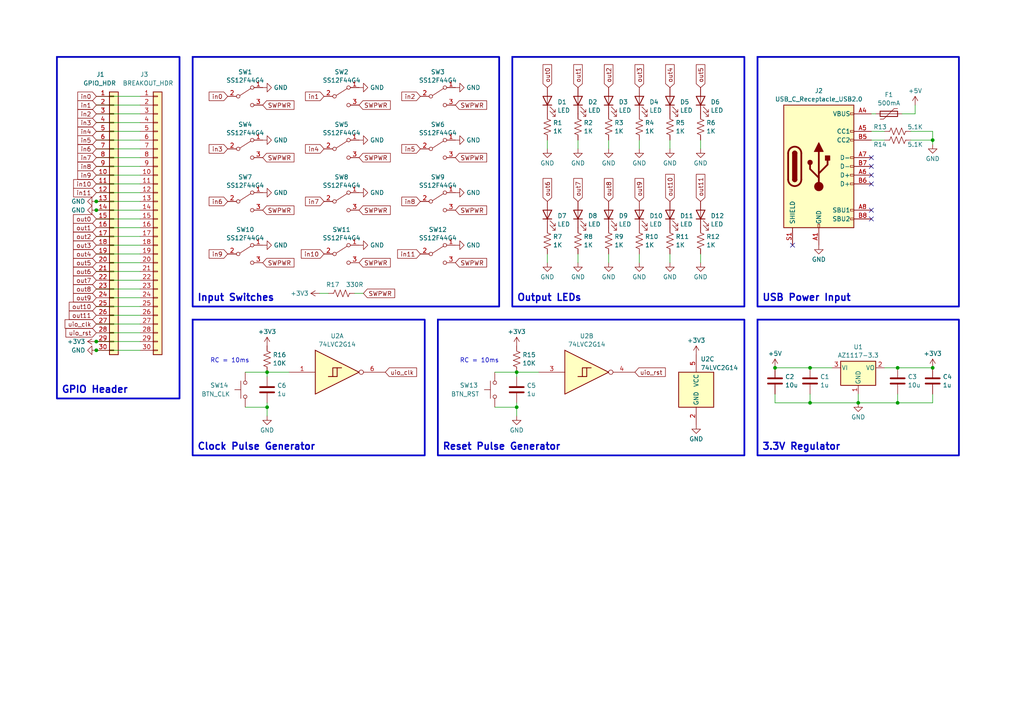
<source format=kicad_sch>
(kicad_sch (version 20230121) (generator eeschema)
  (paper "A4")
  (lib_symbols
    (symbol "74xGxx:74LVC2G14"
      (property "Reference" "U" (at 0 7.62 0))
      (property "Value" "74LVC2G14" (at 2.54 -7.62 0))
      (symbol "74LVC2G14_1_1"
        (polyline (pts (xy -2.54 -1.27) (xy -1.27 -1.27) (xy -1.27 1.27)) (stroke (width 0.254)) (fill (type background)))
        (polyline (pts (xy -7.62 6.35) (xy -7.62 -6.35) (xy 5.08 0) (xy -7.62 6.35)) (stroke (width 0.254)) (fill (type background)))
        (polyline (pts (xy -3.81 -1.27) (xy -2.54 -1.27) (xy -2.54 1.27) (xy 0 1.27)) (stroke (width 0.254)) (fill (type background)))
        (pin input line (at -15.24 0 0) (length 7.62) (name "~") (number "1"))
        (pin output inverted (at 12.7 0 180) (length 7.62) (name "~") (number "6"))
      )
      (symbol "74LVC2G14_2_1"
        (polyline (pts (xy -2.54 -1.27) (xy -1.27 -1.27) (xy -1.27 1.27)) (stroke (width 0.254)) (fill (type background)))
        (polyline (pts (xy -7.62 6.35) (xy -7.62 -6.35) (xy 5.08 0) (xy -7.62 6.35)) (stroke (width 0.254)) (fill (type background)))
        (polyline (pts (xy -3.81 -1.27) (xy -2.54 -1.27) (xy -2.54 1.27) (xy 0 1.27)) (stroke (width 0.254)) (fill (type background)))
        (pin input line (at -15.24 0 0) (length 7.62) (name "~") (number "3"))
        (pin output inverted (at 12.7 0 180) (length 7.62) (name "~") (number "4"))
      )
      (symbol "74LVC2G14_3_0"
        (rectangle (start -5.08 -5.08) (end 5.08 5.08) (stroke (width 0.254)) (fill (type background)))
      )
      (symbol "74LVC2G14_3_1"
        (pin power_in line (at 0 -10.16 90) (length 5.08) (name "GND") (number "2"))
        (pin power_in line (at 0 10.16 270) (length 5.08) (name "VCC") (number "5"))
      )
    )
    (symbol "Connector:USB_C_Receptacle_USB2.0" (pin_names (offset 1.016))
      (property "Reference" "J" (at -10.16 19.05 0))
      (property "Value" "USB_C_Receptacle_USB2.0" (at 19.05 19.05 0))
      (symbol "USB_C_Receptacle_USB2.0_0_0"
        (rectangle (start -0.254 -17.78) (end 0.254 -16.764))
        (rectangle (start 10.16 -14.986) (end 9.144 -15.494))
        (rectangle (start 10.16 -12.446) (end 9.144 -12.954))
        (rectangle (start 10.16 -4.826) (end 9.144 -5.334))
        (rectangle (start 10.16 -2.286) (end 9.144 -2.794))
        (rectangle (start 10.16 0.254) (end 9.144 -0.254))
        (rectangle (start 10.16 2.794) (end 9.144 2.286))
        (rectangle (start 10.16 7.874) (end 9.144 7.366))
        (rectangle (start 10.16 10.414) (end 9.144 9.906))
        (rectangle (start 10.16 15.494) (end 9.144 14.986))
      )
      (symbol "USB_C_Receptacle_USB2.0_0_1"
        (rectangle (start -10.16 17.78) (end 10.16 -17.78) (stroke (width 0.254)) (fill (type background)))
        (arc (start -8.89 -3.81) (mid -6.985 -5.7067) (end -5.08 -3.81) (stroke (width 0.508)))
        (arc (start -7.62 -3.81) (mid -6.985 -4.4423) (end -6.35 -3.81) (stroke (width 0.254)))
        (arc (start -7.62 -3.81) (mid -6.985 -4.4423) (end -6.35 -3.81) (stroke (width 0.254)) (fill (type outline)))
        (rectangle (start -7.62 -3.81) (end -6.35 3.81) (stroke (width 0.254)) (fill (type outline)))
        (arc (start -6.35 3.81) (mid -6.985 4.4423) (end -7.62 3.81) (stroke (width 0.254)))
        (arc (start -6.35 3.81) (mid -6.985 4.4423) (end -7.62 3.81) (stroke (width 0.254)) (fill (type outline)))
        (arc (start -5.08 3.81) (mid -6.985 5.7067) (end -8.89 3.81) (stroke (width 0.508)))
        (circle (center -2.54 1.143) (radius 0.635) (stroke (width 0.254)) (fill (type outline)))
        (circle (center 0 -5.842) (radius 1.27) (fill (type outline)))
        (polyline (pts (xy -8.89 -3.81) (xy -8.89 3.81)) (stroke (width 0.508)))
        (polyline (pts (xy -5.08 3.81) (xy -5.08 -3.81)) (stroke (width 0.508)))
        (polyline (pts (xy 0 -5.842) (xy 0 4.318)) (stroke (width 0.508)))
        (polyline (pts (xy 0 -3.302) (xy -2.54 -0.762) (xy -2.54 0.508)) (stroke (width 0.508)))
        (polyline (pts (xy 0 -2.032) (xy 2.54 0.508) (xy 2.54 1.778)) (stroke (width 0.508)))
        (polyline (pts (xy -1.27 4.318) (xy 0 6.858) (xy 1.27 4.318) (xy -1.27 4.318)) (stroke (width 0.254)) (fill (type outline)))
        (rectangle (start 1.905 1.778) (end 3.175 3.048) (stroke (width 0.254)) (fill (type outline)))
      )
      (symbol "USB_C_Receptacle_USB2.0_1_1"
        (pin passive line (at 0 -22.86 90) (length 5.08) (name "GND") (number "A1"))
        (pin passive line (at 0 -22.86 90) (length 5.08) hide (name "GND") (number "A12"))
        (pin passive line (at 15.24 15.24 180) (length 5.08) (name "VBUS") (number "A4"))
        (pin bidirectional line (at 15.24 10.16 180) (length 5.08) (name "CC1") (number "A5"))
        (pin bidirectional line (at 15.24 -2.54 180) (length 5.08) (name "D+") (number "A6"))
        (pin bidirectional line (at 15.24 2.54 180) (length 5.08) (name "D-") (number "A7"))
        (pin bidirectional line (at 15.24 -12.7 180) (length 5.08) (name "SBU1") (number "A8"))
        (pin passive line (at 15.24 15.24 180) (length 5.08) hide (name "VBUS") (number "A9"))
        (pin passive line (at 0 -22.86 90) (length 5.08) hide (name "GND") (number "B1"))
        (pin passive line (at 0 -22.86 90) (length 5.08) hide (name "GND") (number "B12"))
        (pin passive line (at 15.24 15.24 180) (length 5.08) hide (name "VBUS") (number "B4"))
        (pin bidirectional line (at 15.24 7.62 180) (length 5.08) (name "CC2") (number "B5"))
        (pin bidirectional line (at 15.24 -5.08 180) (length 5.08) (name "D+") (number "B6"))
        (pin bidirectional line (at 15.24 0 180) (length 5.08) (name "D-") (number "B7"))
        (pin bidirectional line (at 15.24 -15.24 180) (length 5.08) (name "SBU2") (number "B8"))
        (pin passive line (at 15.24 15.24 180) (length 5.08) hide (name "VBUS") (number "B9"))
        (pin passive line (at -7.62 -22.86 90) (length 5.08) (name "SHIELD") (number "S1"))
      )
    )
    (symbol "Connector_Generic:Conn_01x30" (pin_names (offset 1.016) hide)
      (property "Reference" "J" (at 0 38.1 0))
      (property "Value" "Conn_01x30" (at 0 -40.64 0))
      (symbol "Conn_01x30_1_1"
        (rectangle (start -1.27 -37.973) (end 0 -38.227) (stroke (width 0.1524)))
        (rectangle (start -1.27 -35.433) (end 0 -35.687) (stroke (width 0.1524)))
        (rectangle (start -1.27 -32.893) (end 0 -33.147) (stroke (width 0.1524)))
        (rectangle (start -1.27 -30.353) (end 0 -30.607) (stroke (width 0.1524)))
        (rectangle (start -1.27 -27.813) (end 0 -28.067) (stroke (width 0.1524)))
        (rectangle (start -1.27 -25.273) (end 0 -25.527) (stroke (width 0.1524)))
        (rectangle (start -1.27 -22.733) (end 0 -22.987) (stroke (width 0.1524)))
        (rectangle (start -1.27 -20.193) (end 0 -20.447) (stroke (width 0.1524)))
        (rectangle (start -1.27 -17.653) (end 0 -17.907) (stroke (width 0.1524)))
        (rectangle (start -1.27 -15.113) (end 0 -15.367) (stroke (width 0.1524)))
        (rectangle (start -1.27 -12.573) (end 0 -12.827) (stroke (width 0.1524)))
        (rectangle (start -1.27 -10.033) (end 0 -10.287) (stroke (width 0.1524)))
        (rectangle (start -1.27 -7.493) (end 0 -7.747) (stroke (width 0.1524)))
        (rectangle (start -1.27 -4.953) (end 0 -5.207) (stroke (width 0.1524)))
        (rectangle (start -1.27 -2.413) (end 0 -2.667) (stroke (width 0.1524)))
        (rectangle (start -1.27 0.127) (end 0 -0.127) (stroke (width 0.1524)))
        (rectangle (start -1.27 2.667) (end 0 2.413) (stroke (width 0.1524)))
        (rectangle (start -1.27 5.207) (end 0 4.953) (stroke (width 0.1524)))
        (rectangle (start -1.27 7.747) (end 0 7.493) (stroke (width 0.1524)))
        (rectangle (start -1.27 10.287) (end 0 10.033) (stroke (width 0.1524)))
        (rectangle (start -1.27 12.827) (end 0 12.573) (stroke (width 0.1524)))
        (rectangle (start -1.27 15.367) (end 0 15.113) (stroke (width 0.1524)))
        (rectangle (start -1.27 17.907) (end 0 17.653) (stroke (width 0.1524)))
        (rectangle (start -1.27 20.447) (end 0 20.193) (stroke (width 0.1524)))
        (rectangle (start -1.27 22.987) (end 0 22.733) (stroke (width 0.1524)))
        (rectangle (start -1.27 25.527) (end 0 25.273) (stroke (width 0.1524)))
        (rectangle (start -1.27 28.067) (end 0 27.813) (stroke (width 0.1524)))
        (rectangle (start -1.27 30.607) (end 0 30.353) (stroke (width 0.1524)))
        (rectangle (start -1.27 33.147) (end 0 32.893) (stroke (width 0.1524)))
        (rectangle (start -1.27 35.687) (end 0 35.433) (stroke (width 0.1524)))
        (rectangle (start -1.27 36.83) (end 1.27 -39.37) (stroke (width 0.254)) (fill (type background)))
        (pin passive line (at -5.08 35.56 0) (length 3.81) (name "Pin_1") (number "1"))
        (pin passive line (at -5.08 12.7 0) (length 3.81) (name "Pin_10") (number "10"))
        (pin passive line (at -5.08 10.16 0) (length 3.81) (name "Pin_11") (number "11"))
        (pin passive line (at -5.08 7.62 0) (length 3.81) (name "Pin_12") (number "12"))
        (pin passive line (at -5.08 5.08 0) (length 3.81) (name "Pin_13") (number "13"))
        (pin passive line (at -5.08 2.54 0) (length 3.81) (name "Pin_14") (number "14"))
        (pin passive line (at -5.08 0 0) (length 3.81) (name "Pin_15") (number "15"))
        (pin passive line (at -5.08 -2.54 0) (length 3.81) (name "Pin_16") (number "16"))
        (pin passive line (at -5.08 -5.08 0) (length 3.81) (name "Pin_17") (number "17"))
        (pin passive line (at -5.08 -7.62 0) (length 3.81) (name "Pin_18") (number "18"))
        (pin passive line (at -5.08 -10.16 0) (length 3.81) (name "Pin_19") (number "19"))
        (pin passive line (at -5.08 33.02 0) (length 3.81) (name "Pin_2") (number "2"))
        (pin passive line (at -5.08 -12.7 0) (length 3.81) (name "Pin_20") (number "20"))
        (pin passive line (at -5.08 -15.24 0) (length 3.81) (name "Pin_21") (number "21"))
        (pin passive line (at -5.08 -17.78 0) (length 3.81) (name "Pin_22") (number "22"))
        (pin passive line (at -5.08 -20.32 0) (length 3.81) (name "Pin_23") (number "23"))
        (pin passive line (at -5.08 -22.86 0) (length 3.81) (name "Pin_24") (number "24"))
        (pin passive line (at -5.08 -25.4 0) (length 3.81) (name "Pin_25") (number "25"))
        (pin passive line (at -5.08 -27.94 0) (length 3.81) (name "Pin_26") (number "26"))
        (pin passive line (at -5.08 -30.48 0) (length 3.81) (name "Pin_27") (number "27"))
        (pin passive line (at -5.08 -33.02 0) (length 3.81) (name "Pin_28") (number "28"))
        (pin passive line (at -5.08 -35.56 0) (length 3.81) (name "Pin_29") (number "29"))
        (pin passive line (at -5.08 30.48 0) (length 3.81) (name "Pin_3") (number "3"))
        (pin passive line (at -5.08 -38.1 0) (length 3.81) (name "Pin_30") (number "30"))
        (pin passive line (at -5.08 27.94 0) (length 3.81) (name "Pin_4") (number "4"))
        (pin passive line (at -5.08 25.4 0) (length 3.81) (name "Pin_5") (number "5"))
        (pin passive line (at -5.08 22.86 0) (length 3.81) (name "Pin_6") (number "6"))
        (pin passive line (at -5.08 20.32 0) (length 3.81) (name "Pin_7") (number "7"))
        (pin passive line (at -5.08 17.78 0) (length 3.81) (name "Pin_8") (number "8"))
        (pin passive line (at -5.08 15.24 0) (length 3.81) (name "Pin_9") (number "9"))
      )
    )
    (symbol "Device:C" (pin_numbers hide) (pin_names (offset 0.254))
      (property "Reference" "C" (at 0.635 2.54 0))
      (property "Value" "C" (at 0.635 -2.54 0))
      (symbol "C_0_1"
        (polyline (pts (xy -2.032 -0.762) (xy 2.032 -0.762)) (stroke (width 0.508)))
        (polyline (pts (xy -2.032 0.762) (xy 2.032 0.762)) (stroke (width 0.508)))
      )
      (symbol "C_1_1"
        (pin passive line (at 0 3.81 270) (length 2.794) (name "~") (number "1"))
        (pin passive line (at 0 -3.81 90) (length 2.794) (name "~") (number "2"))
      )
    )
    (symbol "Device:LED" (pin_numbers hide) (pin_names (offset 1.016) hide)
      (property "Reference" "D" (at 0 2.54 0))
      (property "Value" "LED" (at 0 -2.54 0))
      (symbol "LED_0_1"
        (polyline (pts (xy -1.27 -1.27) (xy -1.27 1.27)) (stroke (width 0.254)))
        (polyline (pts (xy -1.27 0) (xy 1.27 0)))
        (polyline (pts (xy 1.27 -1.27) (xy 1.27 1.27) (xy -1.27 0) (xy 1.27 -1.27)) (stroke (width 0.254)))
        (polyline (pts (xy -3.048 -0.762) (xy -4.572 -2.286) (xy -3.81 -2.286) (xy -4.572 -2.286) (xy -4.572 -1.524)))
        (polyline (pts (xy -1.778 -0.762) (xy -3.302 -2.286) (xy -2.54 -2.286) (xy -3.302 -2.286) (xy -3.302 -1.524)))
      )
      (symbol "LED_1_1"
        (pin passive line (at -3.81 0 0) (length 2.54) (name "K") (number "1"))
        (pin passive line (at 3.81 0 180) (length 2.54) (name "A") (number "2"))
      )
    )
    (symbol "Device:Polyfuse" (pin_numbers hide) (pin_names (offset 0))
      (property "Reference" "F" (at -2.54 0 90))
      (property "Value" "Polyfuse" (at 2.54 0 90))
      (symbol "Polyfuse_0_1"
        (rectangle (start -0.762 2.54) (end 0.762 -2.54) (stroke (width 0.254)))
        (polyline (pts (xy 0 2.54) (xy 0 -2.54)))
        (polyline (pts (xy -1.524 2.54) (xy -1.524 1.524) (xy 1.524 -1.524) (xy 1.524 -2.54)))
      )
      (symbol "Polyfuse_1_1"
        (pin passive line (at 0 3.81 270) (length 1.27) (name "~") (number "1"))
        (pin passive line (at 0 -3.81 90) (length 1.27) (name "~") (number "2"))
      )
    )
    (symbol "Device:R_US" (pin_numbers hide) (pin_names (offset 0))
      (property "Reference" "R" (at 2.54 0 90))
      (property "Value" "R_US" (at -2.54 0 90))
      (symbol "R_US_0_1"
        (polyline (pts (xy 0 -2.286) (xy 0 -2.54)))
        (polyline (pts (xy 0 2.286) (xy 0 2.54)))
        (polyline (pts (xy 0 -0.762) (xy 1.016 -1.143) (xy 0 -1.524) (xy -1.016 -1.905) (xy 0 -2.286)))
        (polyline (pts (xy 0 0.762) (xy 1.016 0.381) (xy 0 0) (xy -1.016 -0.381) (xy 0 -0.762)))
        (polyline (pts (xy 0 2.286) (xy 1.016 1.905) (xy 0 1.524) (xy -1.016 1.143) (xy 0 0.762)))
      )
      (symbol "R_US_1_1"
        (pin passive line (at 0 3.81 270) (length 1.27) (name "~") (number "1"))
        (pin passive line (at 0 -3.81 90) (length 1.27) (name "~") (number "2"))
      )
    )
    (symbol "Regulator_Linear:AZ1117-3.3" (pin_names (offset 0.254))
      (property "Reference" "U" (at -3.81 3.175 0))
      (property "Value" "AZ1117-3.3" (at 0 3.175 0))
      (symbol "AZ1117-3.3_0_1"
        (rectangle (start -5.08 1.905) (end 5.08 -5.08) (stroke (width 0.254)) (fill (type background)))
      )
      (symbol "AZ1117-3.3_1_1"
        (pin power_in line (at 0 -7.62 90) (length 2.54) (name "GND") (number "1"))
        (pin power_out line (at 7.62 0 180) (length 2.54) (name "VO") (number "2"))
        (pin power_in line (at -7.62 0 0) (length 2.54) (name "VI") (number "3"))
      )
    )
    (symbol "Switch:SW_Push" (pin_numbers hide) (pin_names (offset 1.016) hide)
      (property "Reference" "SW" (at 1.27 2.54 0))
      (property "Value" "SW_Push" (at 0 -1.524 0))
      (symbol "SW_Push_0_1"
        (circle (center -2.032 0) (radius 0.508))
        (polyline (pts (xy 0 1.27) (xy 0 3.048)))
        (polyline (pts (xy 2.54 1.27) (xy -2.54 1.27)))
        (circle (center 2.032 0) (radius 0.508))
        (pin passive line (at -5.08 0 0) (length 2.54) (name "1") (number "1"))
        (pin passive line (at 5.08 0 180) (length 2.54) (name "2") (number "2"))
      )
    )
    (symbol "Switch:SW_SPDT" (pin_names (offset 0) hide)
      (property "Reference" "SW" (at 0 4.318 0))
      (property "Value" "SW_SPDT" (at 0 -5.08 0))
      (symbol "SW_SPDT_0_0"
        (circle (center -2.032 0) (radius 0.508))
        (circle (center 2.032 -2.54) (radius 0.508))
      )
      (symbol "SW_SPDT_0_1"
        (polyline (pts (xy -1.524 0.254) (xy 1.651 2.286)))
        (circle (center 2.032 2.54) (radius 0.508))
      )
      (symbol "SW_SPDT_1_1"
        (pin passive line (at 5.08 2.54 180) (length 2.54) (name "A") (number "1"))
        (pin passive line (at -5.08 0 0) (length 2.54) (name "B") (number "2"))
        (pin passive line (at 5.08 -2.54 180) (length 2.54) (name "C") (number "3"))
      )
    )
    (symbol "power:+3V3" (power) (pin_names (offset 0))
      (property "Value" "+3V3" (at 0 3.556 0))
      (symbol "+3V3_0_1"
        (polyline (pts (xy -0.762 1.27) (xy 0 2.54)))
        (polyline (pts (xy 0 0) (xy 0 2.54)))
        (polyline (pts (xy 0 2.54) (xy 0.762 1.27)))
      )
      (symbol "+3V3_1_1"
        (pin power_in line (at 0 0 90) (length 0) hide (name "+3V3") (number "1"))
      )
    )
    (symbol "power:+5V" (power) (pin_names (offset 0))
      (property "Value" "+5V" (at 0 3.556 0))
      (symbol "+5V_0_1"
        (polyline (pts (xy -0.762 1.27) (xy 0 2.54)))
        (polyline (pts (xy 0 0) (xy 0 2.54)))
        (polyline (pts (xy 0 2.54) (xy 0.762 1.27)))
      )
      (symbol "+5V_1_1"
        (pin power_in line (at 0 0 90) (length 0) hide (name "+5V") (number "1"))
      )
    )
    (symbol "power:GND" (power) (pin_names (offset 0))
      (property "Value" "GND" (at 0 -3.81 0))
      (symbol "GND_0_1"
        (polyline (pts (xy 0 0) (xy 0 -1.27) (xy 1.27 -1.27) (xy 0 -2.54) (xy -1.27 -1.27) (xy 0 -1.27)))
      )
      (symbol "GND_1_1"
        (pin power_in line (at 0 0 270) (length 0) hide (name "GND") (number "1"))
      )
    )
  )
  (junction (at 224.79 106.68))
  (junction (at 270.51 40.64))
  (junction (at 149.86 118.11))
  (junction (at 77.47 107.95))
  (junction (at 260.35 106.68))
  (junction (at 27.94 99.06))
  (junction (at 27.94 58.42))
  (junction (at 27.94 60.96))
  (junction (at 270.51 106.68))
  (junction (at 234.95 116.84))
  (junction (at 149.86 107.95))
  (junction (at 234.95 106.68))
  (junction (at 27.94 101.6))
  (junction (at 248.92 116.84))
  (junction (at 77.47 118.11))
  (junction (at 260.35 116.84))
  (no_connect (at 252.73 48.26))
  (no_connect (at 252.73 63.5))
  (no_connect (at 252.73 45.72))
  (no_connect (at 229.87 71.12))
  (no_connect (at 252.73 53.34))
  (no_connect (at 252.73 60.96))
  (no_connect (at 252.73 50.8))
  (wire (pts (xy 224.79 116.84) (xy 234.95 116.84)))
  (wire (pts (xy 27.94 81.28) (xy 40.64 81.28)))
  (wire (pts (xy 252.73 40.64) (xy 256.54 40.64)))
  (wire (pts (xy 27.94 86.36) (xy 40.64 86.36)))
  (wire (pts (xy 77.47 107.95) (xy 83.82 107.95)))
  (wire (pts (xy 270.51 116.84) (xy 270.51 114.3)))
  (wire (pts (xy 260.35 116.84) (xy 270.51 116.84)))
  (wire (pts (xy 27.94 68.58) (xy 40.64 68.58)))
  (wire (pts (xy 261.62 33.02) (xy 265.43 33.02)))
  (wire (pts (xy 92.71 85.09) (xy 95.25 85.09)))
  (wire (pts (xy 143.51 107.95) (xy 149.86 107.95)))
  (wire (pts (xy 234.95 116.84) (xy 248.92 116.84)))
  (wire (pts (xy 252.73 38.1) (xy 256.54 38.1)))
  (wire (pts (xy 77.47 118.11) (xy 71.12 118.11)))
  (wire (pts (xy 27.94 58.42) (xy 40.64 58.42)))
  (wire (pts (xy 264.16 40.64) (xy 270.51 40.64)))
  (wire (pts (xy 27.94 73.66) (xy 40.64 73.66)))
  (wire (pts (xy 27.94 99.06) (xy 40.64 99.06)))
  (wire (pts (xy 27.94 66.04) (xy 40.64 66.04)))
  (wire (pts (xy 27.94 27.94) (xy 40.64 27.94)))
  (wire (pts (xy 27.94 91.44) (xy 40.64 91.44)))
  (wire (pts (xy 248.92 116.84) (xy 248.92 114.3)))
  (wire (pts (xy 77.47 118.11) (xy 77.47 120.65)))
  (wire (pts (xy 27.94 30.48) (xy 40.64 30.48)))
  (wire (pts (xy 27.94 78.74) (xy 40.64 78.74)))
  (wire (pts (xy 27.94 63.5) (xy 40.64 63.5)))
  (wire (pts (xy 27.94 40.64) (xy 40.64 40.64)))
  (wire (pts (xy 158.75 40.64) (xy 158.75 43.18)))
  (wire (pts (xy 185.42 40.64) (xy 185.42 43.18)))
  (wire (pts (xy 149.86 118.11) (xy 143.51 118.11)))
  (wire (pts (xy 27.94 88.9) (xy 40.64 88.9)))
  (wire (pts (xy 176.53 40.64) (xy 176.53 43.18)))
  (wire (pts (xy 167.64 40.64) (xy 167.64 43.18)))
  (wire (pts (xy 256.54 106.68) (xy 260.35 106.68)))
  (wire (pts (xy 224.79 106.68) (xy 234.95 106.68)))
  (wire (pts (xy 158.75 73.66) (xy 158.75 76.2)))
  (wire (pts (xy 149.86 107.95) (xy 156.21 107.95)))
  (wire (pts (xy 234.95 114.3) (xy 234.95 116.84)))
  (wire (pts (xy 102.87 85.09) (xy 105.41 85.09)))
  (wire (pts (xy 265.43 30.48) (xy 265.43 33.02)))
  (wire (pts (xy 27.94 35.56) (xy 40.64 35.56)))
  (wire (pts (xy 270.51 38.1) (xy 270.51 40.64)))
  (wire (pts (xy 203.2 73.66) (xy 203.2 76.2)))
  (wire (pts (xy 27.94 83.82) (xy 40.64 83.82)))
  (wire (pts (xy 260.35 114.3) (xy 260.35 116.84)))
  (wire (pts (xy 77.47 107.95) (xy 77.47 109.22)))
  (wire (pts (xy 71.12 107.95) (xy 77.47 107.95)))
  (wire (pts (xy 264.16 38.1) (xy 270.51 38.1)))
  (wire (pts (xy 260.35 106.68) (xy 270.51 106.68)))
  (wire (pts (xy 27.94 60.96) (xy 40.64 60.96)))
  (wire (pts (xy 149.86 118.11) (xy 149.86 120.65)))
  (wire (pts (xy 27.94 55.88) (xy 40.64 55.88)))
  (wire (pts (xy 27.94 33.02) (xy 40.64 33.02)))
  (wire (pts (xy 27.94 76.2) (xy 40.64 76.2)))
  (wire (pts (xy 27.94 96.52) (xy 40.64 96.52)))
  (wire (pts (xy 176.53 73.66) (xy 176.53 76.2)))
  (wire (pts (xy 27.94 71.12) (xy 40.64 71.12)))
  (wire (pts (xy 234.95 106.68) (xy 241.3 106.68)))
  (wire (pts (xy 27.94 53.34) (xy 40.64 53.34)))
  (wire (pts (xy 270.51 40.64) (xy 270.51 41.91)))
  (wire (pts (xy 149.86 107.95) (xy 149.86 109.22)))
  (wire (pts (xy 252.73 33.02) (xy 254 33.02)))
  (wire (pts (xy 27.94 50.8) (xy 40.64 50.8)))
  (wire (pts (xy 27.94 101.6) (xy 40.64 101.6)))
  (wire (pts (xy 149.86 116.84) (xy 149.86 118.11)))
  (wire (pts (xy 248.92 116.84) (xy 260.35 116.84)))
  (wire (pts (xy 27.94 48.26) (xy 40.64 48.26)))
  (wire (pts (xy 194.31 73.66) (xy 194.31 76.2)))
  (wire (pts (xy 77.47 116.84) (xy 77.47 118.11)))
  (wire (pts (xy 27.94 45.72) (xy 40.64 45.72)))
  (wire (pts (xy 185.42 73.66) (xy 185.42 76.2)))
  (wire (pts (xy 167.64 73.66) (xy 167.64 76.2)))
  (wire (pts (xy 194.31 40.64) (xy 194.31 43.18)))
  (wire (pts (xy 27.94 93.98) (xy 40.64 93.98)))
  (wire (pts (xy 27.94 38.1) (xy 40.64 38.1)))
  (wire (pts (xy 27.94 43.18) (xy 40.64 43.18)))
  (wire (pts (xy 203.2 40.64) (xy 203.2 43.18)))
  (wire (pts (xy 224.79 114.3) (xy 224.79 116.84)))
  (rectangle (start 55.88 92.71) (end 123.19 132.08) (stroke (width 0.5)))
  (rectangle (start 148.59 16.51) (end 215.9 88.9) (stroke (width 0.5)))
  (rectangle (start 219.71 92.71) (end 278.13 132.08) (stroke (width 0.5)))
  (rectangle (start 219.71 16.51) (end 278.13 88.9) (stroke (width 0.5)))
  (rectangle (start 16.51 16.51) (end 52.07 115.57) (stroke (width 0.5)))
  (rectangle (start 55.88 16.51) (end 144.78 88.9) (stroke (width 0.5)))
  (rectangle (start 127 92.71) (end 215.9 132.08) (stroke (width 0.5)))
  (text "RC = 10ms" (at 133.35 105.41 0) (effects (font (size 1.27 1.27)) (justify left bottom)))
  (text "Input Switches" (at 57.15 87.63 0) (effects (font (size 2 2) (thickness 0.4) bold) (justify left bottom)))
  (text "RC = 10ms" (at 60.96 105.41 0) (effects (font (size 1.27 1.27)) (justify left bottom)))
  (text "Reset Pulse Generator" (at 128.27 130.81 0) (effects (font (size 2 2) (thickness 0.4) bold) (justify left bottom)))
  (text "Clock Pulse Generator" (at 57.15 130.81 0) (effects (font (size 2 2) (thickness 0.4) bold) (justify left bottom)))
  (text "USB Power Input" (at 220.98 87.63 0) (effects (font (size 2 2) (thickness 0.4) bold) (justify left bottom)))
  (text "GPIO Header" (at 17.78 114.3 0) (effects (font (size 2 2) (thickness 0.4) bold) (justify left bottom)))
  (text "3.3V Regulator" (at 220.98 130.81 0) (effects (font (size 2 2) (thickness 0.4) bold) (justify left bottom)))
  (text "Output LEDs" (at 149.86 87.63 0) (effects (font (size 2 2) (thickness 0.4) bold) (justify left bottom)))
  (global_label "out7" (shape input) (at 167.64 58.42 90) (property "Intersheetrefs" "${INTERSHEET_REFS}" (effects hide)))
  (global_label "SWPWR" (shape input) (at 132.08 76.2 0) (property "Intersheetrefs" "${INTERSHEET_REFS}" (effects hide)))
  (global_label "SWPWR" (shape input) (at 132.08 30.48 0) (property "Intersheetrefs" "${INTERSHEET_REFS}" (effects hide)))
  (global_label "in6" (shape input) (at 66.04 58.42 180) (property "Intersheetrefs" "${INTERSHEET_REFS}" (effects hide)))
  (global_label "in1" (shape input) (at 93.98 27.94 180) (property "Intersheetrefs" "${INTERSHEET_REFS}" (effects hide)))
  (global_label "in5" (shape input) (at 27.94 40.64 180) (property "Intersheetrefs" "${INTERSHEET_REFS}" (effects hide)))
  (global_label "out0" (shape input) (at 158.75 25.4 90) (property "Intersheetrefs" "${INTERSHEET_REFS}" (effects hide)))
  (global_label "out3" (shape input) (at 27.94 71.12 180) (property "Intersheetrefs" "${INTERSHEET_REFS}" (effects hide)))
  (global_label "in10" (shape input) (at 93.98 73.66 180) (property "Intersheetrefs" "${INTERSHEET_REFS}" (effects hide)))
  (global_label "in6" (shape input) (at 27.94 43.18 180) (property "Intersheetrefs" "${INTERSHEET_REFS}" (effects hide)))
  (global_label "out2" (shape input) (at 27.94 68.58 180) (property "Intersheetrefs" "${INTERSHEET_REFS}" (effects hide)))
  (global_label "in3" (shape input) (at 27.94 35.56 180) (property "Intersheetrefs" "${INTERSHEET_REFS}" (effects hide)))
  (global_label "SWPWR" (shape input) (at 76.2 76.2 0) (property "Intersheetrefs" "${INTERSHEET_REFS}" (effects hide)))
  (global_label "in11" (shape input) (at 27.94 55.88 180) (property "Intersheetrefs" "${INTERSHEET_REFS}" (effects hide)))
  (global_label "SWPWR" (shape input) (at 76.2 30.48 0) (property "Intersheetrefs" "${INTERSHEET_REFS}" (effects hide)))
  (global_label "out3" (shape input) (at 185.42 25.4 90) (property "Intersheetrefs" "${INTERSHEET_REFS}" (effects hide)))
  (global_label "SWPWR" (shape input) (at 76.2 45.72 0) (property "Intersheetrefs" "${INTERSHEET_REFS}" (effects hide)))
  (global_label "out10" (shape input) (at 194.31 58.42 90) (property "Intersheetrefs" "${INTERSHEET_REFS}" (effects hide)))
  (global_label "in8" (shape input) (at 27.94 48.26 180) (property "Intersheetrefs" "${INTERSHEET_REFS}" (effects hide)))
  (global_label "out5" (shape input) (at 27.94 76.2 180) (property "Intersheetrefs" "${INTERSHEET_REFS}" (effects hide)))
  (global_label "in4" (shape input) (at 27.94 38.1 180) (property "Intersheetrefs" "${INTERSHEET_REFS}" (effects hide)))
  (global_label "SWPWR" (shape input) (at 104.14 45.72 0) (property "Intersheetrefs" "${INTERSHEET_REFS}" (effects hide)))
  (global_label "out8" (shape input) (at 176.53 58.42 90) (property "Intersheetrefs" "${INTERSHEET_REFS}" (effects hide)))
  (global_label "uio_clk" (shape input) (at 27.94 93.98 180) (property "Intersheetrefs" "${INTERSHEET_REFS}" (effects hide)))
  (global_label "out8" (shape input) (at 27.94 83.82 180) (property "Intersheetrefs" "${INTERSHEET_REFS}" (effects hide)))
  (global_label "in3" (shape input) (at 66.04 43.18 180) (property "Intersheetrefs" "${INTERSHEET_REFS}" (effects hide)))
  (global_label "SWPWR" (shape input) (at 132.08 60.96 0) (property "Intersheetrefs" "${INTERSHEET_REFS}" (effects hide)))
  (global_label "in2" (shape input) (at 27.94 33.02 180) (property "Intersheetrefs" "${INTERSHEET_REFS}" (effects hide)))
  (global_label "SWPWR" (shape input) (at 105.41 85.09 0) (property "Intersheetrefs" "${INTERSHEET_REFS}" (effects hide)))
  (global_label "in1" (shape input) (at 27.94 30.48 180) (property "Intersheetrefs" "${INTERSHEET_REFS}" (effects hide)))
  (global_label "in9" (shape input) (at 66.04 73.66 180) (property "Intersheetrefs" "${INTERSHEET_REFS}" (effects hide)))
  (global_label "SWPWR" (shape input) (at 104.14 76.2 0) (property "Intersheetrefs" "${INTERSHEET_REFS}" (effects hide)))
  (global_label "SWPWR" (shape input) (at 132.08 45.72 0) (property "Intersheetrefs" "${INTERSHEET_REFS}" (effects hide)))
  (global_label "out4" (shape input) (at 27.94 73.66 180) (property "Intersheetrefs" "${INTERSHEET_REFS}" (effects hide)))
  (global_label "uio_clk" (shape input) (at 111.76 107.95 0) (property "Intersheetrefs" "${INTERSHEET_REFS}" (effects hide)))
  (global_label "SWPWR" (shape input) (at 104.14 60.96 0) (property "Intersheetrefs" "${INTERSHEET_REFS}" (effects hide)))
  (global_label "in0" (shape input) (at 27.94 27.94 180) (property "Intersheetrefs" "${INTERSHEET_REFS}" (effects hide)))
  (global_label "out2" (shape input) (at 176.53 25.4 90) (property "Intersheetrefs" "${INTERSHEET_REFS}" (effects hide)))
  (global_label "out1" (shape input) (at 27.94 66.04 180) (property "Intersheetrefs" "${INTERSHEET_REFS}" (effects hide)))
  (global_label "in5" (shape input) (at 121.92 43.18 180) (property "Intersheetrefs" "${INTERSHEET_REFS}" (effects hide)))
  (global_label "in4" (shape input) (at 93.98 43.18 180) (property "Intersheetrefs" "${INTERSHEET_REFS}" (effects hide)))
  (global_label "out9" (shape input) (at 27.94 86.36 180) (property "Intersheetrefs" "${INTERSHEET_REFS}" (effects hide)))
  (global_label "in8" (shape input) (at 121.92 58.42 180) (property "Intersheetrefs" "${INTERSHEET_REFS}" (effects hide)))
  (global_label "SWPWR" (shape input) (at 104.14 30.48 0) (property "Intersheetrefs" "${INTERSHEET_REFS}" (effects hide)))
  (global_label "SWPWR" (shape input) (at 76.2 60.96 0) (property "Intersheetrefs" "${INTERSHEET_REFS}" (effects hide)))
  (global_label "out11" (shape input) (at 203.2 58.42 90) (property "Intersheetrefs" "${INTERSHEET_REFS}" (effects hide)))
  (global_label "out5" (shape input) (at 203.2 25.4 90) (property "Intersheetrefs" "${INTERSHEET_REFS}" (effects hide)))
  (global_label "in11" (shape input) (at 121.92 73.66 180) (property "Intersheetrefs" "${INTERSHEET_REFS}" (effects hide)))
  (global_label "in0" (shape input) (at 66.04 27.94 180) (property "Intersheetrefs" "${INTERSHEET_REFS}" (effects hide)))
  (global_label "out0" (shape input) (at 27.94 63.5 180) (property "Intersheetrefs" "${INTERSHEET_REFS}" (effects hide)))
  (global_label "in7" (shape input) (at 93.98 58.42 180) (property "Intersheetrefs" "${INTERSHEET_REFS}" (effects hide)))
  (global_label "out6" (shape input) (at 158.75 58.42 90) (property "Intersheetrefs" "${INTERSHEET_REFS}" (effects hide)))
  (global_label "out4" (shape input) (at 194.31 25.4 90) (property "Intersheetrefs" "${INTERSHEET_REFS}" (effects hide)))
  (global_label "out6" (shape input) (at 27.94 78.74 180) (property "Intersheetrefs" "${INTERSHEET_REFS}" (effects hide)))
  (global_label "out9" (shape input) (at 185.42 58.42 90) (property "Intersheetrefs" "${INTERSHEET_REFS}" (effects hide)))
  (global_label "out11" (shape input) (at 27.94 91.44 180) (property "Intersheetrefs" "${INTERSHEET_REFS}" (effects hide)))
  (global_label "out7" (shape input) (at 27.94 81.28 180) (property "Intersheetrefs" "${INTERSHEET_REFS}" (effects hide)))
  (global_label "out1" (shape input) (at 167.64 25.4 90) (property "Intersheetrefs" "${INTERSHEET_REFS}" (effects hide)))
  (global_label "in10" (shape input) (at 27.94 53.34 180) (property "Intersheetrefs" "${INTERSHEET_REFS}" (effects hide)))
  (global_label "uio_rst" (shape input) (at 184.15 107.95 0) (property "Intersheetrefs" "${INTERSHEET_REFS}" (effects hide)))
  (global_label "in7" (shape input) (at 27.94 45.72 180) (property "Intersheetrefs" "${INTERSHEET_REFS}" (effects hide)))
  (global_label "in2" (shape input) (at 121.92 27.94 180) (property "Intersheetrefs" "${INTERSHEET_REFS}" (effects hide)))
  (global_label "uio_rst" (shape input) (at 27.94 96.52 180) (property "Intersheetrefs" "${INTERSHEET_REFS}" (effects hide)))
  (global_label "out10" (shape input) (at 27.94 88.9 180) (property "Intersheetrefs" "${INTERSHEET_REFS}" (effects hide)))
  (global_label "in9" (shape input) (at 27.94 50.8 180) (property "Intersheetrefs" "${INTERSHEET_REFS}" (effects hide)))
  (symbol (lib_id "Switch:SW_SPDT") (at 127 27.94 0) (unit 1)
    (property "Reference" "SW3" (at 127 20.8747 0))
    (property "Value" "SS12F44G4" (at 127 23.2989 0))
    (property "Footprint" "SS12F44G4:SS12F44G4" (effects hide))
  )
  (symbol (lib_id "Device:LED") (at 176.53 62.23 90) (unit 1)
    (property "Reference" "D9" (at 179.451 62.6054 90) (effects (justify right)))
    (property "Value" "LED" (at 179.451 65.0296 90) (effects (justify right)))
    (property "Footprint" "LED_SMD:LED_0805_2012Metric" (effects hide))
    (property "LCSC" "C98221" (effects hide))
  )
  (symbol (lib_id "power:GND") (at 132.08 40.64 90) (mirror x) (unit 1)
    (property "Reference" "#PWR016" (effects hide))
    (property "Value" "GND" (at 135.255 40.64 90) (effects (justify right)))
  )
  (symbol (lib_id "Device:R_US") (at 185.42 36.83 0) (unit 1)
    (property "Reference" "R4" (at 187.071 35.6179 0) (effects (justify left)))
    (property "Value" "1K" (at 187.071 38.0421 0) (effects (justify left)))
    (property "Footprint" "Resistor_SMD:R_0805_2012Metric" (effects hide))
    (property "LCSC" "C17513" (effects hide))
  )
  (symbol (lib_id "power:+3V3") (at 92.71 85.09 90) (unit 1)
    (property "Reference" "#PWR053" (effects hide))
    (property "Value" "+3V3" (at 89.535 85.09 90) (effects (justify left)))
  )
  (symbol (lib_id "Switch:SW_SPDT") (at 99.06 27.94 0) (unit 1)
    (property "Reference" "SW2" (at 99.06 20.8747 0))
    (property "Value" "SS12F44G4" (at 99.06 23.2989 0))
    (property "Footprint" "SS12F44G4:SS12F44G4" (effects hide))
  )
  (symbol (lib_id "Device:R_US") (at 158.75 36.83 0) (unit 1)
    (property "Reference" "R1" (at 160.401 35.6179 0) (effects (justify left)))
    (property "Value" "1K" (at 160.401 38.0421 0) (effects (justify left)))
    (property "Footprint" "Resistor_SMD:R_0805_2012Metric" (effects hide))
    (property "LCSC" "C17513" (effects hide))
  )
  (symbol (lib_id "power:GND") (at 185.42 43.18 0) (mirror y) (unit 1)
    (property "Reference" "#PWR032" (effects hide))
    (property "Value" "GND" (at 185.42 47.3131 0))
  )
  (symbol (lib_id "power:+3V3") (at 77.47 100.33 0) (unit 1)
    (property "Reference" "#PWR051" (effects hide))
    (property "Value" "+3V3" (at 77.47 96.1969 0))
  )
  (symbol (lib_id "power:GND") (at 104.14 55.88 90) (mirror x) (unit 1)
    (property "Reference" "#PWR020" (effects hide))
    (property "Value" "GND" (at 107.315 55.88 90) (effects (justify right)))
  )
  (symbol (lib_id "Device:R_US") (at 203.2 69.85 0) (unit 1)
    (property "Reference" "R12" (at 204.851 68.6379 0) (effects (justify left)))
    (property "Value" "1K" (at 204.851 71.0621 0) (effects (justify left)))
    (property "Footprint" "Resistor_SMD:R_0805_2012Metric" (effects hide))
    (property "LCSC" "C17513" (effects hide))
  )
  (symbol (lib_id "power:GND") (at 176.53 43.18 0) (mirror y) (unit 1)
    (property "Reference" "#PWR031" (effects hide))
    (property "Value" "GND" (at 176.53 47.3131 0))
  )
  (symbol (lib_id "Device:LED") (at 203.2 29.21 90) (unit 1)
    (property "Reference" "D6" (at 206.121 29.5854 90) (effects (justify right)))
    (property "Value" "LED" (at 206.121 32.0096 90) (effects (justify right)))
    (property "Footprint" "LED_SMD:LED_0805_2012Metric" (effects hide))
    (property "LCSC" "C98221" (effects hide))
  )
  (symbol (lib_id "Device:R_US") (at 185.42 69.85 0) (unit 1)
    (property "Reference" "R10" (at 187.071 68.6379 0) (effects (justify left)))
    (property "Value" "1K" (at 187.071 71.0621 0) (effects (justify left)))
    (property "Footprint" "Resistor_SMD:R_0805_2012Metric" (effects hide))
    (property "LCSC" "C17513" (effects hide))
  )
  (symbol (lib_id "Connector_Generic:Conn_01x30") (at 33.02 63.5 0) (unit 1)
    (property "Reference" "J1" (at 27.94 21.59 0) (effects (justify left)))
    (property "Value" "GPIO_HDR" (at 24.13 24.13 0) (effects (justify left)))
    (property "Footprint" "Connector_PinHeader_2.54mm:PinHeader_1x30_P2.54mm_Vertical" (effects hide))
  )
  (symbol (lib_id "Device:LED") (at 194.31 29.21 90) (unit 1)
    (property "Reference" "D5" (at 197.231 29.5854 90) (effects (justify right)))
    (property "Value" "LED" (at 197.231 32.0096 90) (effects (justify right)))
    (property "Footprint" "LED_SMD:LED_0805_2012Metric" (effects hide))
    (property "LCSC" "C98221" (effects hide))
  )
  (symbol (lib_id "Device:R_US") (at 194.31 69.85 0) (unit 1)
    (property "Reference" "R11" (at 195.961 68.6379 0) (effects (justify left)))
    (property "Value" "1K" (at 195.961 71.0621 0) (effects (justify left)))
    (property "Footprint" "Resistor_SMD:R_0805_2012Metric" (effects hide))
    (property "LCSC" "C17513" (effects hide))
  )
  (symbol (lib_id "74xGxx:74LVC2G14") (at 99.06 107.95 0) (unit 1)
    (property "Reference" "U2" (at 97.79 97.4557 0))
    (property "Value" "74LVC2G14" (at 97.79 99.8799 0))
    (property "Footprint" "Package_TO_SOT_SMD:SOT-23-6" (effects hide))
    (property "Datasheet" "https://www.ti.com/lit/ds/symlink/sn74lvc2g14.pdf" (effects hide))
    (property "LCSC" "C12401" (effects hide))
  )
  (symbol (lib_id "power:+5V") (at 224.79 106.68 0) (unit 1)
    (property "Reference" "#PWR046" (effects hide))
    (property "Value" "+5V" (at 224.79 102.5469 0))
  )
  (symbol (lib_id "power:GND") (at 76.2 40.64 90) (mirror x) (unit 1)
    (property "Reference" "#PWR012" (effects hide))
    (property "Value" "GND" (at 79.375 40.64 90) (effects (justify right)))
  )
  (symbol (lib_id "Device:C") (at 270.51 110.49 0) (unit 1)
    (property "Reference" "C4" (at 273.431 109.2779 0) (effects (justify left)))
    (property "Value" "1u" (at 273.431 111.7021 0) (effects (justify left)))
    (property "Footprint" "Capacitor_SMD:C_0603_1608Metric" (effects hide))
    (property "LCSC" "C15849" (effects hide))
  )
  (symbol (lib_id "power:+3V3") (at 201.93 102.87 0) (unit 1)
    (property "Reference" "#PWR049" (effects hide))
    (property "Value" "+3V3" (at 201.93 98.7369 0))
  )
  (symbol (lib_id "Connector_Generic:Conn_01x30") (at 45.72 63.5 0) (unit 1)
    (property "Reference" "J3" (at 40.64 21.59 0) (effects (justify left)))
    (property "Value" "BREAKOUT_HDR" (at 35.56 24.13 0) (effects (justify left)))
    (property "Footprint" "Connector_PinHeader_2.54mm:PinHeader_1x30_P2.54mm_Vertical" (effects hide))
  )
  (symbol (lib_id "Device:R_US") (at 260.35 38.1 270) (unit 1)
    (property "Reference" "R13" (at 255.27 36.83 90))
    (property "Value" "5.1K" (at 265.43 36.83 90))
    (property "Footprint" "Resistor_SMD:R_0805_2012Metric" (effects hide))
    (property "LCSC" "C17513" (effects hide))
  )
  (symbol (lib_id "power:GND") (at 104.14 40.64 90) (mirror x) (unit 1)
    (property "Reference" "#PWR014" (effects hide))
    (property "Value" "GND" (at 107.315 40.64 90) (effects (justify right)))
  )
  (symbol (lib_id "power:+5V") (at 265.43 30.48 0) (unit 1)
    (property "Reference" "#PWR042" (effects hide))
    (property "Value" "+5V" (at 265.43 26.3469 0))
  )
  (symbol (lib_id "74xGxx:74LVC2G14") (at 171.45 107.95 0) (unit 2)
    (property "Reference" "U2" (at 170.18 97.4557 0))
    (property "Value" "74LVC2G14" (at 170.18 99.8799 0))
    (property "Footprint" "Package_TO_SOT_SMD:SOT-23-6" (effects hide))
    (property "Datasheet" "https://www.ti.com/lit/ds/symlink/sn74lvc2g14.pdf" (effects hide))
    (property "LCSC" "C12401" (effects hide))
  )
  (symbol (lib_id "Switch:SW_SPDT") (at 127 73.66 0) (unit 1)
    (property "Reference" "SW12" (at 127 66.5947 0))
    (property "Value" "SS12F44G4" (at 127 69.0189 0))
    (property "Footprint" "SS12F44G4:SS12F44G4" (effects hide))
  )
  (symbol (lib_id "Device:LED") (at 158.75 62.23 90) (unit 1)
    (property "Reference" "D7" (at 161.671 62.6054 90) (effects (justify right)))
    (property "Value" "LED" (at 161.671 65.0296 90) (effects (justify right)))
    (property "Footprint" "LED_SMD:LED_0805_2012Metric" (effects hide))
    (property "LCSC" "C98221" (effects hide))
  )
  (symbol (lib_id "Device:LED") (at 176.53 29.21 90) (unit 1)
    (property "Reference" "D3" (at 179.451 29.5854 90) (effects (justify right)))
    (property "Value" "LED" (at 179.451 32.0096 90) (effects (justify right)))
    (property "Footprint" "LED_SMD:LED_0805_2012Metric" (effects hide))
    (property "LCSC" "C98221" (effects hide))
  )
  (symbol (lib_id "power:GND") (at 76.2 71.12 90) (mirror x) (unit 1)
    (property "Reference" "#PWR024" (effects hide))
    (property "Value" "GND" (at 79.375 71.12 90) (effects (justify right)))
  )
  (symbol (lib_id "power:GND") (at 158.75 76.2 0) (mirror y) (unit 1)
    (property "Reference" "#PWR035" (effects hide))
    (property "Value" "GND" (at 158.75 80.3331 0))
  )
  (symbol (lib_id "power:+3V3") (at 270.51 106.68 0) (unit 1)
    (property "Reference" "#PWR045" (effects hide))
    (property "Value" "+3V3" (at 270.51 102.5469 0))
  )
  (symbol (lib_id "74xGxx:74LVC2G14") (at 201.93 113.03 0) (unit 3)
    (property "Reference" "U2" (at 203.2 104.14 0) (effects (justify left)))
    (property "Value" "74LVC2G14" (at 203.2 106.68 0) (effects (justify left)))
    (property "Footprint" "Package_TO_SOT_SMD:SOT-23-6" (effects hide))
    (property "Datasheet" "https://www.ti.com/lit/ds/symlink/sn74lvc2g14.pdf" (effects hide))
    (property "LCSC" "C12401" (effects hide))
  )
  (symbol (lib_id "Switch:SW_SPDT") (at 127 43.18 0) (unit 1)
    (property "Reference" "SW6" (at 127 36.1147 0))
    (property "Value" "SS12F44G4" (at 127 38.5389 0))
    (property "Footprint" "SS12F44G4:SS12F44G4" (effects hide))
  )
  (symbol (lib_id "power:GND") (at 76.2 25.4 90) (unit 1)
    (property "Reference" "#PWR06" (effects hide))
    (property "Value" "GND" (at 79.375 25.4 90) (effects (justify right)))
  )
  (symbol (lib_id "Device:R_US") (at 99.06 85.09 90) (unit 1)
    (property "Reference" "R17" (at 96.52 82.55 90))
    (property "Value" "330R" (at 102.87 82.55 90))
    (property "Footprint" "Resistor_SMD:R_0805_2012Metric" (effects hide))
    (property "LCSC" "C17630" (effects hide))
  )
  (symbol (lib_id "Device:R_US") (at 176.53 69.85 0) (unit 1)
    (property "Reference" "R9" (at 178.181 68.6379 0) (effects (justify left)))
    (property "Value" "1K" (at 178.181 71.0621 0) (effects (justify left)))
    (property "Footprint" "Resistor_SMD:R_0805_2012Metric" (effects hide))
    (property "LCSC" "C17513" (effects hide))
  )
  (symbol (lib_id "Device:LED") (at 194.31 62.23 90) (unit 1)
    (property "Reference" "D11" (at 197.231 62.6054 90) (effects (justify right)))
    (property "Value" "LED" (at 197.231 65.0296 90) (effects (justify right)))
    (property "Footprint" "LED_SMD:LED_0805_2012Metric" (effects hide))
    (property "LCSC" "C98221" (effects hide))
  )
  (symbol (lib_id "Device:R_US") (at 194.31 36.83 0) (unit 1)
    (property "Reference" "R5" (at 195.961 35.6179 0) (effects (justify left)))
    (property "Value" "1K" (at 195.961 38.0421 0) (effects (justify left)))
    (property "Footprint" "Resistor_SMD:R_0805_2012Metric" (effects hide))
    (property "LCSC" "C17513" (effects hide))
  )
  (symbol (lib_id "power:GND") (at 77.47 120.65 0) (unit 1)
    (property "Reference" "#PWR052" (effects hide))
    (property "Value" "GND" (at 77.47 124.7831 0))
  )
  (symbol (lib_id "Switch:SW_SPDT") (at 71.12 58.42 0) (unit 1)
    (property "Reference" "SW7" (at 71.12 51.3547 0))
    (property "Value" "SS12F44G4" (at 71.12 53.7789 0))
    (property "Footprint" "SS12F44G4:SS12F44G4" (effects hide))
  )
  (symbol (lib_id "Device:R_US") (at 176.53 36.83 0) (unit 1)
    (property "Reference" "R3" (at 178.181 35.6179 0) (effects (justify left)))
    (property "Value" "1K" (at 178.181 38.0421 0) (effects (justify left)))
    (property "Footprint" "Resistor_SMD:R_0805_2012Metric" (effects hide))
    (property "LCSC" "C17513" (effects hide))
  )
  (symbol (lib_id "Device:R_US") (at 149.86 104.14 0) (unit 1)
    (property "Reference" "R15" (at 151.511 102.9279 0) (effects (justify left)))
    (property "Value" "10K" (at 151.511 105.3521 0) (effects (justify left)))
    (property "Footprint" "Resistor_SMD:R_0805_2012Metric" (effects hide))
    (property "LCSC" "C17414" (effects hide))
  )
  (symbol (lib_id "Switch:SW_SPDT") (at 99.06 73.66 0) (unit 1)
    (property "Reference" "SW11" (at 99.06 66.5947 0))
    (property "Value" "SS12F44G4" (at 99.06 69.0189 0))
    (property "Footprint" "SS12F44G4:SS12F44G4" (effects hide))
  )
  (symbol (lib_id "Device:LED") (at 185.42 62.23 90) (unit 1)
    (property "Reference" "D10" (at 188.341 62.6054 90) (effects (justify right)))
    (property "Value" "LED" (at 188.341 65.0296 90) (effects (justify right)))
    (property "Footprint" "LED_SMD:LED_0805_2012Metric" (effects hide))
    (property "LCSC" "C98221" (effects hide))
  )
  (symbol (lib_id "power:GND") (at 194.31 43.18 0) (mirror y) (unit 1)
    (property "Reference" "#PWR033" (effects hide))
    (property "Value" "GND" (at 194.31 47.3131 0))
  )
  (symbol (lib_id "power:GND") (at 167.64 76.2 0) (mirror y) (unit 1)
    (property "Reference" "#PWR036" (effects hide))
    (property "Value" "GND" (at 167.64 80.3331 0))
  )
  (symbol (lib_id "Device:R_US") (at 167.64 69.85 0) (unit 1)
    (property "Reference" "R8" (at 169.291 68.6379 0) (effects (justify left)))
    (property "Value" "1K" (at 169.291 71.0621 0) (effects (justify left)))
    (property "Footprint" "Resistor_SMD:R_0805_2012Metric" (effects hide))
    (property "LCSC" "C17513" (effects hide))
  )
  (symbol (lib_id "power:GND") (at 104.14 25.4 90) (mirror x) (unit 1)
    (property "Reference" "#PWR08" (effects hide))
    (property "Value" "GND" (at 107.315 25.4 90) (effects (justify right)))
  )
  (symbol (lib_id "power:GND") (at 203.2 76.2 0) (mirror y) (unit 1)
    (property "Reference" "#PWR040" (effects hide))
    (property "Value" "GND" (at 203.2 80.3331 0))
  )
  (symbol (lib_id "power:GND") (at 27.94 101.6 270) (unit 1)
    (property "Reference" "#PWR04" (effects hide))
    (property "Value" "GND" (at 24.7651 101.6 90) (effects (justify right)))
  )
  (symbol (lib_id "Switch:SW_SPDT") (at 71.12 73.66 0) (unit 1)
    (property "Reference" "SW10" (at 71.12 66.5947 0))
    (property "Value" "SS12F44G4" (at 71.12 69.0189 0))
    (property "Footprint" "SS12F44G4:SS12F44G4" (effects hide))
  )
  (symbol (lib_id "Device:LED") (at 185.42 29.21 90) (unit 1)
    (property "Reference" "D4" (at 188.341 29.5854 90) (effects (justify right)))
    (property "Value" "LED" (at 188.341 32.0096 90) (effects (justify right)))
    (property "Footprint" "LED_SMD:LED_0805_2012Metric" (effects hide))
    (property "LCSC" "C98221" (effects hide))
  )
  (symbol (lib_id "power:GND") (at 132.08 55.88 90) (mirror x) (unit 1)
    (property "Reference" "#PWR022" (effects hide))
    (property "Value" "GND" (at 135.255 55.88 90) (effects (justify right)))
  )
  (symbol (lib_id "power:GND") (at 149.86 120.65 0) (unit 1)
    (property "Reference" "#PWR047" (effects hide))
    (property "Value" "GND" (at 149.86 124.7831 0))
  )
  (symbol (lib_id "power:GND") (at 27.94 60.96 270) (unit 1)
    (property "Reference" "#PWR02" (effects hide))
    (property "Value" "GND" (at 24.7651 60.96 90) (effects (justify right)))
  )
  (symbol (lib_id "power:GND") (at 270.51 41.91 0) (unit 1)
    (property "Reference" "#PWR043" (effects hide))
    (property "Value" "GND" (at 270.51 46.0431 0))
  )
  (symbol (lib_id "Device:LED") (at 203.2 62.23 90) (unit 1)
    (property "Reference" "D12" (at 206.121 62.6054 90) (effects (justify right)))
    (property "Value" "LED" (at 206.121 65.0296 90) (effects (justify right)))
    (property "Footprint" "LED_SMD:LED_0805_2012Metric" (effects hide))
    (property "LCSC" "C98221" (effects hide))
  )
  (symbol (lib_id "power:GND") (at 158.75 43.18 0) (mirror y) (unit 1)
    (property "Reference" "#PWR029" (effects hide))
    (property "Value" "GND" (at 158.75 47.3131 0))
  )
  (symbol (lib_id "Connector:USB_C_Receptacle_USB2.0") (at 237.49 48.26 0) (unit 1)
    (property "Reference" "J2" (at 237.49 26.3357 0))
    (property "Value" "USB_C_Receptacle_USB2.0" (at 237.49 28.7599 0))
    (property "Footprint" "Connector_USB:USB_C_Receptacle_HRO_TYPE-C-31-M-12" (effects hide))
    (property "Datasheet" "https://www.usb.org/sites/default/files/documents/usb_type-c.zip" (effects hide))
  )
  (symbol (lib_id "Switch:SW_SPDT") (at 99.06 58.42 0) (unit 1)
    (property "Reference" "SW8" (at 99.06 51.3547 0))
    (property "Value" "SS12F44G4" (at 99.06 53.7789 0))
    (property "Footprint" "SS12F44G4:SS12F44G4" (effects hide))
  )
  (symbol (lib_id "power:GND") (at 76.2 55.88 90) (mirror x) (unit 1)
    (property "Reference" "#PWR018" (effects hide))
    (property "Value" "GND" (at 79.375 55.88 90) (effects (justify right)))
  )
  (symbol (lib_id "Device:Polyfuse") (at 257.81 33.02 270) (unit 1)
    (property "Reference" "F1" (at 257.81 27.4787 90))
    (property "Value" "500mA" (at 257.81 29.9029 90))
    (property "Footprint" "Fuse:Fuse_1206_3216Metric_Pad1.42x1.75mm_HandSolder" (effects hide))
    (property "LCSC" "C720075" (effects hide))
  )
  (symbol (lib_id "Device:LED") (at 158.75 29.21 90) (unit 1)
    (property "Reference" "D1" (at 161.671 29.5854 90) (effects (justify right)))
    (property "Value" "LED" (at 161.671 32.0096 90) (effects (justify right)))
    (property "Footprint" "LED_SMD:LED_0805_2012Metric" (effects hide))
    (property "LCSC" "C98221" (effects hide))
  )
  (symbol (lib_id "Regulator_Linear:AZ1117-3.3") (at 248.92 106.68 0) (unit 1)
    (property "Reference" "U1" (at 248.92 100.6307 0))
    (property "Value" "AZ1117-3.3" (at 248.92 103.0549 0))
    (property "Footprint" "Package_TO_SOT_SMD:SOT-223-3_TabPin2" (effects hide))
    (property "Datasheet" "https://www.diodes.com/assets/Datasheets/AZ1117.pdf" (effects hide))
    (property "LCSC" "C92102" (effects hide))
  )
  (symbol (lib_id "Device:R_US") (at 77.47 104.14 0) (unit 1)
    (property "Reference" "R16" (at 79.121 102.9279 0) (effects (justify left)))
    (property "Value" "10K" (at 79.121 105.3521 0) (effects (justify left)))
    (property "Footprint" "Resistor_SMD:R_0805_2012Metric" (effects hide))
    (property "LCSC" "C17414" (effects hide))
  )
  (symbol (lib_id "power:GND") (at 167.64 43.18 0) (mirror y) (unit 1)
    (property "Reference" "#PWR030" (effects hide))
    (property "Value" "GND" (at 167.64 47.3131 0))
  )
  (symbol (lib_id "power:GND") (at 203.2 43.18 0) (mirror y) (unit 1)
    (property "Reference" "#PWR034" (effects hide))
    (property "Value" "GND" (at 203.2 47.3131 0))
  )
  (symbol (lib_id "Switch:SW_SPDT") (at 71.12 43.18 0) (unit 1)
    (property "Reference" "SW4" (at 71.12 36.1147 0))
    (property "Value" "SS12F44G4" (at 71.12 38.5389 0))
    (property "Footprint" "SS12F44G4:SS12F44G4" (effects hide))
  )
  (symbol (lib_id "Device:R_US") (at 203.2 36.83 0) (unit 1)
    (property "Reference" "R6" (at 204.851 35.6179 0) (effects (justify left)))
    (property "Value" "1K" (at 204.851 38.0421 0) (effects (justify left)))
    (property "Footprint" "Resistor_SMD:R_0805_2012Metric" (effects hide))
    (property "LCSC" "C17513" (effects hide))
  )
  (symbol (lib_id "Device:LED") (at 167.64 62.23 90) (unit 1)
    (property "Reference" "D8" (at 170.561 62.6054 90) (effects (justify right)))
    (property "Value" "LED" (at 170.561 65.0296 90) (effects (justify right)))
    (property "Footprint" "LED_SMD:LED_0805_2012Metric" (effects hide))
    (property "LCSC" "C98221" (effects hide))
  )
  (symbol (lib_id "Device:C") (at 260.35 110.49 0) (unit 1)
    (property "Reference" "C3" (at 263.271 109.2779 0) (effects (justify left)))
    (property "Value" "10u" (at 263.271 111.7021 0) (effects (justify left)))
    (property "Footprint" "Capacitor_SMD:C_0603_1608Metric" (effects hide))
    (property "LCSC" "C19702" (effects hide))
  )
  (symbol (lib_id "Switch:SW_Push") (at 143.51 113.03 90) (unit 1)
    (property "Reference" "SW13" (at 133.35 111.76 90) (effects (justify right)))
    (property "Value" "BTN_RST" (at 130.81 114.3 90) (effects (justify right)))
    (property "Footprint" "Button_Switch_SMD:SW_Push_1P1T_NO_6x6mm_H9.5mm" (effects hide))
    (property "LCSC" "C294566" (effects hide))
  )
  (symbol (lib_id "power:GND") (at 132.08 25.4 90) (mirror x) (unit 1)
    (property "Reference" "#PWR010" (effects hide))
    (property "Value" "GND" (at 135.255 25.4 90) (effects (justify right)))
  )
  (symbol (lib_id "power:GND") (at 176.53 76.2 0) (mirror y) (unit 1)
    (property "Reference" "#PWR037" (effects hide))
    (property "Value" "GND" (at 176.53 80.3331 0))
  )
  (symbol (lib_id "power:+3V3") (at 27.94 99.06 90) (unit 1)
    (property "Reference" "#PWR03" (effects hide))
    (property "Value" "+3V3" (at 24.765 99.06 90) (effects (justify left)))
  )
  (symbol (lib_id "Device:LED") (at 167.64 29.21 90) (unit 1)
    (property "Reference" "D2" (at 170.561 29.5854 90) (effects (justify right)))
    (property "Value" "LED" (at 170.561 32.0096 90) (effects (justify right)))
    (property "Footprint" "LED_SMD:LED_0805_2012Metric" (effects hide))
    (property "LCSC" "C98221" (effects hide))
  )
  (symbol (lib_id "Device:C") (at 77.47 113.03 0) (unit 1)
    (property "Reference" "C6" (at 80.391 111.8179 0) (effects (justify left)))
    (property "Value" "1u" (at 80.391 114.2421 0) (effects (justify left)))
    (property "Footprint" "Capacitor_SMD:C_0603_1608Metric" (effects hide))
    (property "LCSC" "C15849" (effects hide))
  )
  (symbol (lib_id "Device:C") (at 234.95 110.49 0) (unit 1)
    (property "Reference" "C1" (at 237.871 109.2779 0) (effects (justify left)))
    (property "Value" "1u" (at 237.871 111.7021 0) (effects (justify left)))
    (property "Footprint" "Capacitor_SMD:C_0603_1608Metric" (effects hide))
    (property "LCSC" "C15849" (effects hide))
  )
  (symbol (lib_id "Device:R_US") (at 158.75 69.85 0) (unit 1)
    (property "Reference" "R7" (at 160.401 68.6379 0) (effects (justify left)))
    (property "Value" "1K" (at 160.401 71.0621 0) (effects (justify left)))
    (property "Footprint" "Resistor_SMD:R_0805_2012Metric" (effects hide))
    (property "LCSC" "C17513" (effects hide))
  )
  (symbol (lib_id "power:GND") (at 248.92 116.84 0) (unit 1)
    (property "Reference" "#PWR044" (effects hide))
    (property "Value" "GND" (at 248.92 120.9731 0))
  )
  (symbol (lib_id "Switch:SW_SPDT") (at 127 58.42 0) (unit 1)
    (property "Reference" "SW9" (at 127 51.3547 0))
    (property "Value" "SS12F44G4" (at 127 53.7789 0))
    (property "Footprint" "SS12F44G4:SS12F44G4" (effects hide))
  )
  (symbol (lib_id "power:GND") (at 237.49 71.12 0) (unit 1)
    (property "Reference" "#PWR041" (effects hide))
    (property "Value" "GND" (at 237.49 75.2531 0))
  )
  (symbol (lib_id "power:GND") (at 194.31 76.2 0) (mirror y) (unit 1)
    (property "Reference" "#PWR039" (effects hide))
    (property "Value" "GND" (at 194.31 80.3331 0))
  )
  (symbol (lib_id "Switch:SW_SPDT") (at 99.06 43.18 0) (unit 1)
    (property "Reference" "SW5" (at 99.06 36.1147 0))
    (property "Value" "SS12F44G4" (at 99.06 38.5389 0))
    (property "Footprint" "SS12F44G4:SS12F44G4" (effects hide))
  )
  (symbol (lib_id "power:GND") (at 27.94 58.42 270) (unit 1)
    (property "Reference" "#PWR01" (effects hide))
    (property "Value" "GND" (at 24.7651 58.42 90) (effects (justify right)))
  )
  (symbol (lib_id "Switch:SW_SPDT") (at 71.12 27.94 0) (unit 1)
    (property "Reference" "SW1" (at 71.12 20.8747 0))
    (property "Value" "SS12F44G4" (at 71.12 23.2989 0))
    (property "Footprint" "SS12F44G4:SS12F44G4" (effects hide))
  )
  (symbol (lib_id "Device:C") (at 224.79 110.49 0) (unit 1)
    (property "Reference" "C2" (at 227.711 109.2779 0) (effects (justify left)))
    (property "Value" "10u" (at 227.711 111.7021 0) (effects (justify left)))
    (property "Footprint" "Capacitor_SMD:C_0603_1608Metric" (effects hide))
    (property "LCSC" "C19702" (effects hide))
  )
  (symbol (lib_id "power:GND") (at 132.08 71.12 90) (mirror x) (unit 1)
    (property "Reference" "#PWR028" (effects hide))
    (property "Value" "GND" (at 135.255 71.12 90) (effects (justify right)))
  )
  (symbol (lib_id "Device:R_US") (at 167.64 36.83 0) (unit 1)
    (property "Reference" "R2" (at 169.291 35.6179 0) (effects (justify left)))
    (property "Value" "1K" (at 169.291 38.0421 0) (effects (justify left)))
    (property "Footprint" "Resistor_SMD:R_0805_2012Metric" (effects hide))
    (property "LCSC" "C17513" (effects hide))
  )
  (symbol (lib_id "power:GND") (at 185.42 76.2 0) (mirror y) (unit 1)
    (property "Reference" "#PWR038" (effects hide))
    (property "Value" "GND" (at 185.42 80.3331 0))
  )
  (symbol (lib_id "Device:R_US") (at 260.35 40.64 270) (unit 1)
    (property "Reference" "R14" (at 255.27 41.91 90))
    (property "Value" "5.1K" (at 265.43 41.91 90))
    (property "Footprint" "Resistor_SMD:R_0805_2012Metric" (effects hide))
    (property "LCSC" "C17513" (effects hide))
  )
  (symbol (lib_id "Switch:SW_Push") (at 71.12 113.03 90) (unit 1)
    (property "Reference" "SW14" (at 60.96 111.76 90) (effects (justify right)))
    (property "Value" "BTN_CLK" (at 58.42 114.3 90) (effects (justify right)))
    (property "Footprint" "Button_Switch_SMD:SW_Push_1P1T_NO_6x6mm_H9.5mm" (effects hide))
    (property "LCSC" "C294566" (effects hide))
  )
  (symbol (lib_id "power:GND") (at 104.14 71.12 90) (mirror x) (unit 1)
    (property "Reference" "#PWR026" (effects hide))
    (property "Value" "GND" (at 107.315 71.12 90) (effects (justify right)))
  )
  (symbol (lib_id "power:GND") (at 201.93 123.19 0) (unit 1)
    (property "Reference" "#PWR050" (effects hide))
    (property "Value" "GND" (at 201.93 127.3231 0))
  )
  (symbol (lib_id "Device:C") (at 149.86 113.03 0) (unit 1)
    (property "Reference" "C5" (at 152.781 111.8179 0) (effects (justify left)))
    (property "Value" "1u" (at 152.781 114.2421 0) (effects (justify left)))
    (property "Footprint" "Capacitor_SMD:C_0603_1608Metric" (effects hide))
    (property "LCSC" "C15849" (effects hide))
  )
  (symbol (lib_id "power:+3V3") (at 149.86 100.33 0) (unit 1)
    (property "Reference" "#PWR048" (effects hide))
    (property "Value" "+3V3" (at 149.86 96.1969 0))
  )
)
</source>
